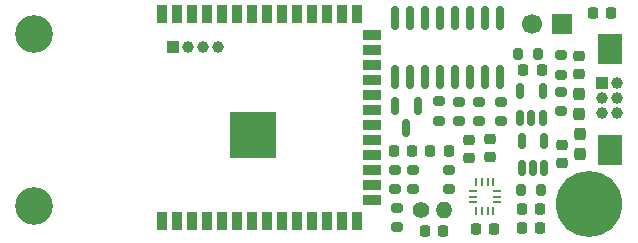
<source format=gts>
G04 #@! TF.GenerationSoftware,KiCad,Pcbnew,9.0.1-9.0.1-0~ubuntu22.04.1*
G04 #@! TF.CreationDate,2025-06-25T02:31:39+02:00*
G04 #@! TF.ProjectId,powermeter2.1,706f7765-726d-4657-9465-72322e312e6b,rev?*
G04 #@! TF.SameCoordinates,Original*
G04 #@! TF.FileFunction,Soldermask,Top*
G04 #@! TF.FilePolarity,Negative*
%FSLAX46Y46*%
G04 Gerber Fmt 4.6, Leading zero omitted, Abs format (unit mm)*
G04 Created by KiCad (PCBNEW 9.0.1-9.0.1-0~ubuntu22.04.1) date 2025-06-25 02:31:39*
%MOMM*%
%LPD*%
G01*
G04 APERTURE LIST*
G04 Aperture macros list*
%AMRoundRect*
0 Rectangle with rounded corners*
0 $1 Rounding radius*
0 $2 $3 $4 $5 $6 $7 $8 $9 X,Y pos of 4 corners*
0 Add a 4 corners polygon primitive as box body*
4,1,4,$2,$3,$4,$5,$6,$7,$8,$9,$2,$3,0*
0 Add four circle primitives for the rounded corners*
1,1,$1+$1,$2,$3*
1,1,$1+$1,$4,$5*
1,1,$1+$1,$6,$7*
1,1,$1+$1,$8,$9*
0 Add four rect primitives between the rounded corners*
20,1,$1+$1,$2,$3,$4,$5,0*
20,1,$1+$1,$4,$5,$6,$7,0*
20,1,$1+$1,$6,$7,$8,$9,0*
20,1,$1+$1,$8,$9,$2,$3,0*%
G04 Aperture macros list end*
%ADD10RoundRect,0.200000X0.275000X-0.200000X0.275000X0.200000X-0.275000X0.200000X-0.275000X-0.200000X0*%
%ADD11R,1.000000X1.000000*%
%ADD12C,1.000000*%
%ADD13RoundRect,0.200000X-0.200000X-0.275000X0.200000X-0.275000X0.200000X0.275000X-0.200000X0.275000X0*%
%ADD14RoundRect,0.225000X-0.225000X-0.250000X0.225000X-0.250000X0.225000X0.250000X-0.225000X0.250000X0*%
%ADD15RoundRect,0.150000X0.150000X-0.512500X0.150000X0.512500X-0.150000X0.512500X-0.150000X-0.512500X0*%
%ADD16RoundRect,0.225000X-0.250000X0.225000X-0.250000X-0.225000X0.250000X-0.225000X0.250000X0.225000X0*%
%ADD17RoundRect,0.237500X-0.237500X0.287500X-0.237500X-0.287500X0.237500X-0.287500X0.237500X0.287500X0*%
%ADD18RoundRect,0.150000X0.150000X-0.850000X0.150000X0.850000X-0.150000X0.850000X-0.150000X-0.850000X0*%
%ADD19C,3.200000*%
%ADD20RoundRect,0.200000X-0.275000X0.200000X-0.275000X-0.200000X0.275000X-0.200000X0.275000X0.200000X0*%
%ADD21R,1.700000X1.700000*%
%ADD22C,1.700000*%
%ADD23R,0.250000X0.675000*%
%ADD24R,0.675000X0.250000*%
%ADD25C,1.400000*%
%ADD26O,1.400000X1.400000*%
%ADD27C,5.600000*%
%ADD28RoundRect,0.225000X0.225000X0.250000X-0.225000X0.250000X-0.225000X-0.250000X0.225000X-0.250000X0*%
%ADD29RoundRect,0.218750X0.256250X-0.218750X0.256250X0.218750X-0.256250X0.218750X-0.256250X-0.218750X0*%
%ADD30RoundRect,0.218750X-0.218750X-0.256250X0.218750X-0.256250X0.218750X0.256250X-0.218750X0.256250X0*%
%ADD31R,2.000000X2.500000*%
%ADD32RoundRect,0.237500X0.237500X-0.287500X0.237500X0.287500X-0.237500X0.287500X-0.237500X-0.287500X0*%
%ADD33R,0.900000X1.500000*%
%ADD34R,1.500000X0.900000*%
%ADD35C,0.600000*%
%ADD36R,3.900000X3.900000*%
%ADD37RoundRect,0.150000X-0.150000X0.587500X-0.150000X-0.587500X0.150000X-0.587500X0.150000X0.587500X0*%
%ADD38RoundRect,0.225000X0.250000X-0.225000X0.250000X0.225000X-0.250000X0.225000X-0.250000X-0.225000X0*%
G04 APERTURE END LIST*
D10*
X160315000Y-116975000D03*
X160315000Y-115325000D03*
D11*
X168880000Y-113710000D03*
D12*
X170150000Y-113710000D03*
X168880000Y-114980000D03*
X170150000Y-114980000D03*
X168880000Y-116250000D03*
X170150000Y-116250000D03*
D13*
X161750000Y-111325000D03*
X163400000Y-111325000D03*
D10*
X152875000Y-122750000D03*
X152875000Y-121100000D03*
D14*
X153875000Y-126300000D03*
X155425000Y-126300000D03*
D10*
X151300000Y-122750000D03*
X151300000Y-121100000D03*
D11*
X132500000Y-110687500D03*
D12*
X133770000Y-110687500D03*
X135040000Y-110687500D03*
X136310000Y-110687500D03*
D15*
X161925000Y-116700000D03*
X162875000Y-116700000D03*
X163825000Y-116700000D03*
X163825000Y-114425000D03*
X161925000Y-114425000D03*
D16*
X157565000Y-118550000D03*
X157565000Y-120100000D03*
X159390000Y-118500000D03*
X159390000Y-120050000D03*
D17*
X166925000Y-114650000D03*
X166925000Y-116400000D03*
D14*
X162050000Y-124425000D03*
X163600000Y-124425000D03*
X154325000Y-119500000D03*
X155875000Y-119500000D03*
D18*
X151330000Y-113225000D03*
X152600000Y-113225000D03*
X153870000Y-113225000D03*
X155140000Y-113225000D03*
X156410000Y-113225000D03*
X157680000Y-113225000D03*
X158950000Y-113225000D03*
X160220000Y-113225000D03*
X160220000Y-108225000D03*
X158950000Y-108225000D03*
X157680000Y-108225000D03*
X156410000Y-108225000D03*
X155140000Y-108225000D03*
X153870000Y-108225000D03*
X152600000Y-108225000D03*
X151330000Y-108225000D03*
D14*
X162050000Y-126025000D03*
X163600000Y-126025000D03*
D19*
X120775000Y-124125000D03*
D20*
X165350000Y-111400000D03*
X165350000Y-113050000D03*
D21*
X165475000Y-108750000D03*
D22*
X162935000Y-108750000D03*
D23*
X158167500Y-124620000D03*
X158667500Y-124620000D03*
X159167500Y-124620000D03*
X159667500Y-124620000D03*
D24*
X159930000Y-123857500D03*
X159930000Y-123357500D03*
X159930000Y-122857500D03*
D23*
X159667500Y-122095000D03*
X159167500Y-122095000D03*
X158667500Y-122095000D03*
X158167500Y-122095000D03*
D24*
X157905000Y-122857500D03*
X157905000Y-123357500D03*
X157905000Y-123857500D03*
D25*
X153545000Y-124525000D03*
D26*
X155445000Y-124525000D03*
D27*
X167725000Y-124000000D03*
D19*
X120775000Y-109625000D03*
D28*
X169650000Y-107800000D03*
X168100000Y-107800000D03*
D20*
X165375000Y-114500000D03*
X165375000Y-116150000D03*
D29*
X166900000Y-113012500D03*
X166900000Y-111437500D03*
D30*
X162187500Y-112675000D03*
X163762500Y-112675000D03*
D14*
X151240000Y-119475000D03*
X152790000Y-119475000D03*
D31*
X169525000Y-119405000D03*
X169525000Y-110845000D03*
D32*
X166975000Y-119775000D03*
X166975000Y-118025000D03*
D15*
X162050000Y-120950000D03*
X163000000Y-120950000D03*
X163950000Y-120950000D03*
X163950000Y-118675000D03*
X162050000Y-118675000D03*
D28*
X159750000Y-126075000D03*
X158200000Y-126075000D03*
D33*
X131625000Y-125412500D03*
X132895000Y-125412500D03*
X134165000Y-125412500D03*
X135435000Y-125412500D03*
X136705000Y-125412500D03*
X137975000Y-125412500D03*
X139245000Y-125412500D03*
X140515000Y-125412500D03*
X141785000Y-125412500D03*
X143055000Y-125412500D03*
X144325000Y-125412500D03*
X145595000Y-125412500D03*
X146865000Y-125412500D03*
X148135000Y-125412500D03*
D34*
X149385000Y-123647500D03*
X149385000Y-122377500D03*
X149385000Y-121107500D03*
X149385000Y-119837500D03*
X149385000Y-118567500D03*
X149385000Y-117297500D03*
X149385000Y-116027500D03*
X149385000Y-114757500D03*
X149385000Y-113487500D03*
X149385000Y-112217500D03*
X149385000Y-110947500D03*
X149385000Y-109677500D03*
D33*
X148135000Y-107912500D03*
X146865000Y-107912500D03*
X145595000Y-107912500D03*
X144325000Y-107912500D03*
X143055000Y-107912500D03*
X141785000Y-107912500D03*
X140515000Y-107912500D03*
X139245000Y-107912500D03*
X137975000Y-107912500D03*
X136705000Y-107912500D03*
X135435000Y-107912500D03*
X134165000Y-107912500D03*
X132895000Y-107912500D03*
X131625000Y-107912500D03*
D35*
X138645000Y-119562500D03*
X140045000Y-119562500D03*
X137945000Y-118862500D03*
X139345000Y-118862500D03*
X140745000Y-118862500D03*
X138645000Y-118162500D03*
D36*
X139345000Y-118162500D03*
D35*
X140045000Y-118162500D03*
X137945000Y-117462500D03*
X139345000Y-117462500D03*
X140745000Y-117462500D03*
X138645000Y-116762500D03*
X140045000Y-116762500D03*
D10*
X155875000Y-122725000D03*
X155875000Y-121075000D03*
D20*
X158415000Y-115325000D03*
X158415000Y-116975000D03*
D13*
X162000000Y-122775000D03*
X163650000Y-122775000D03*
D37*
X153240000Y-115650000D03*
X151340000Y-115650000D03*
X152290000Y-117525000D03*
D38*
X165450000Y-120550000D03*
X165450000Y-119000000D03*
D10*
X151500000Y-125950000D03*
X151500000Y-124300000D03*
X155090000Y-116950000D03*
X155090000Y-115300000D03*
X156740000Y-116975000D03*
X156740000Y-115325000D03*
M02*

</source>
